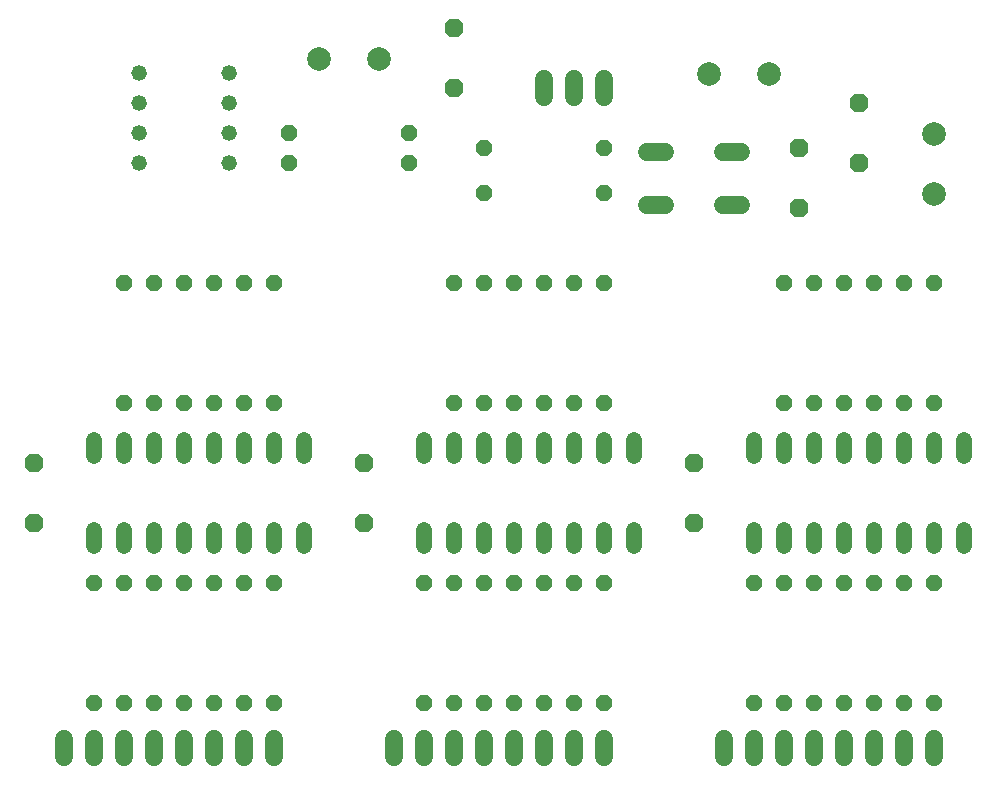
<source format=gbr>
G04 EAGLE Gerber RS-274X export*
G75*
%MOMM*%
%FSLAX34Y34*%
%LPD*%
%INBottom Copper*%
%IPPOS*%
%AMOC8*
5,1,8,0,0,1.08239X$1,22.5*%
G01*
%ADD10P,1.732040X8X292.500000*%
%ADD11P,1.732040X8X112.500000*%
%ADD12C,1.320800*%
%ADD13C,1.524000*%
%ADD14P,1.429621X8X112.500000*%
%ADD15P,1.429621X8X292.500000*%
%ADD16P,1.429621X8X202.500000*%
%ADD17P,1.429621X8X22.500000*%
%ADD18C,1.320800*%
%ADD19C,2.000000*%


D10*
X317500Y279400D03*
X317500Y228600D03*
X596900Y279400D03*
X596900Y228600D03*
X736600Y584200D03*
X736600Y533400D03*
X393700Y647700D03*
X393700Y596900D03*
X38100Y279400D03*
X38100Y228600D03*
D11*
X685800Y495300D03*
X685800Y546100D03*
D12*
X368300Y222504D02*
X368300Y209296D01*
X393700Y209296D02*
X393700Y222504D01*
X520700Y222504D02*
X520700Y209296D01*
X546100Y209296D02*
X546100Y222504D01*
X419100Y222504D02*
X419100Y209296D01*
X444500Y209296D02*
X444500Y222504D01*
X495300Y222504D02*
X495300Y209296D01*
X469900Y209296D02*
X469900Y222504D01*
X546100Y285496D02*
X546100Y298704D01*
X520700Y298704D02*
X520700Y285496D01*
X495300Y285496D02*
X495300Y298704D01*
X469900Y298704D02*
X469900Y285496D01*
X444500Y285496D02*
X444500Y298704D01*
X419100Y298704D02*
X419100Y285496D01*
X393700Y285496D02*
X393700Y298704D01*
X368300Y298704D02*
X368300Y285496D01*
X88900Y222504D02*
X88900Y209296D01*
X114300Y209296D02*
X114300Y222504D01*
X241300Y222504D02*
X241300Y209296D01*
X266700Y209296D02*
X266700Y222504D01*
X139700Y222504D02*
X139700Y209296D01*
X165100Y209296D02*
X165100Y222504D01*
X215900Y222504D02*
X215900Y209296D01*
X190500Y209296D02*
X190500Y222504D01*
X266700Y285496D02*
X266700Y298704D01*
X241300Y298704D02*
X241300Y285496D01*
X215900Y285496D02*
X215900Y298704D01*
X190500Y298704D02*
X190500Y285496D01*
X165100Y285496D02*
X165100Y298704D01*
X139700Y298704D02*
X139700Y285496D01*
X114300Y285496D02*
X114300Y298704D01*
X88900Y298704D02*
X88900Y285496D01*
X647700Y222504D02*
X647700Y209296D01*
X673100Y209296D02*
X673100Y222504D01*
X800100Y222504D02*
X800100Y209296D01*
X825500Y209296D02*
X825500Y222504D01*
X698500Y222504D02*
X698500Y209296D01*
X723900Y209296D02*
X723900Y222504D01*
X774700Y222504D02*
X774700Y209296D01*
X749300Y209296D02*
X749300Y222504D01*
X825500Y285496D02*
X825500Y298704D01*
X800100Y298704D02*
X800100Y285496D01*
X774700Y285496D02*
X774700Y298704D01*
X749300Y298704D02*
X749300Y285496D01*
X723900Y285496D02*
X723900Y298704D01*
X698500Y298704D02*
X698500Y285496D01*
X673100Y285496D02*
X673100Y298704D01*
X647700Y298704D02*
X647700Y285496D01*
D13*
X520700Y589280D02*
X520700Y604520D01*
X495300Y604520D02*
X495300Y589280D01*
X469900Y589280D02*
X469900Y604520D01*
X63500Y45720D02*
X63500Y30480D01*
X88900Y30480D02*
X88900Y45720D01*
X114300Y45720D02*
X114300Y30480D01*
X139700Y30480D02*
X139700Y45720D01*
X165100Y45720D02*
X165100Y30480D01*
X190500Y30480D02*
X190500Y45720D01*
X215900Y45720D02*
X215900Y30480D01*
X241300Y30480D02*
X241300Y45720D01*
X342900Y45720D02*
X342900Y30480D01*
X368300Y30480D02*
X368300Y45720D01*
X393700Y45720D02*
X393700Y30480D01*
X419100Y30480D02*
X419100Y45720D01*
X444500Y45720D02*
X444500Y30480D01*
X469900Y30480D02*
X469900Y45720D01*
X495300Y45720D02*
X495300Y30480D01*
X520700Y30480D02*
X520700Y45720D01*
X622300Y45720D02*
X622300Y30480D01*
X647700Y30480D02*
X647700Y45720D01*
X673100Y45720D02*
X673100Y30480D01*
X698500Y30480D02*
X698500Y45720D01*
X723900Y45720D02*
X723900Y30480D01*
X749300Y30480D02*
X749300Y45720D01*
X774700Y45720D02*
X774700Y30480D01*
X800100Y30480D02*
X800100Y45720D01*
D14*
X114300Y330200D03*
X114300Y431800D03*
D15*
X139700Y431800D03*
X139700Y330200D03*
X241300Y431800D03*
X241300Y330200D03*
X215900Y431800D03*
X215900Y330200D03*
X190500Y431800D03*
X190500Y330200D03*
D14*
X393700Y330200D03*
X393700Y431800D03*
D15*
X368300Y177800D03*
X368300Y76200D03*
X393700Y177800D03*
X393700Y76200D03*
X419100Y177800D03*
X419100Y76200D03*
X444500Y177800D03*
X444500Y76200D03*
X469900Y177800D03*
X469900Y76200D03*
X88900Y177800D03*
X88900Y76200D03*
X495300Y177800D03*
X495300Y76200D03*
X520700Y177800D03*
X520700Y76200D03*
X444500Y431800D03*
X444500Y330200D03*
X419100Y431800D03*
X419100Y330200D03*
X520700Y431800D03*
X520700Y330200D03*
X495300Y431800D03*
X495300Y330200D03*
X469900Y431800D03*
X469900Y330200D03*
D14*
X673100Y330200D03*
X673100Y431800D03*
D15*
X647700Y177800D03*
X647700Y76200D03*
X673100Y177800D03*
X673100Y76200D03*
X114300Y177800D03*
X114300Y76200D03*
X698500Y177800D03*
X698500Y76200D03*
X723900Y177800D03*
X723900Y76200D03*
X749300Y177800D03*
X749300Y76200D03*
X774700Y177800D03*
X774700Y76200D03*
X800100Y177800D03*
X800100Y76200D03*
X723900Y431800D03*
X723900Y330200D03*
X698500Y431800D03*
X698500Y330200D03*
X800100Y431800D03*
X800100Y330200D03*
X774700Y431800D03*
X774700Y330200D03*
X749300Y431800D03*
X749300Y330200D03*
X139700Y177800D03*
X139700Y76200D03*
D16*
X355600Y533400D03*
X254000Y533400D03*
X355600Y558800D03*
X254000Y558800D03*
D17*
X419100Y546100D03*
X520700Y546100D03*
X419100Y508000D03*
X520700Y508000D03*
D15*
X165100Y177800D03*
X165100Y76200D03*
X190500Y177800D03*
X190500Y76200D03*
X215900Y177800D03*
X215900Y76200D03*
X241300Y177800D03*
X241300Y76200D03*
X165100Y431800D03*
X165100Y330200D03*
D13*
X621792Y498094D02*
X637032Y498094D01*
X637032Y543306D02*
X621792Y543306D01*
X572008Y498094D02*
X556768Y498094D01*
X556768Y543306D02*
X572008Y543306D01*
D18*
X127000Y609600D03*
X127000Y584200D03*
X203200Y584200D03*
X203200Y609600D03*
X127000Y558800D03*
X127000Y533400D03*
X203200Y558800D03*
X203200Y533400D03*
D19*
X330411Y622050D03*
X279611Y622050D03*
X799850Y507789D03*
X799850Y558589D03*
X660611Y609350D03*
X609811Y609350D03*
M02*

</source>
